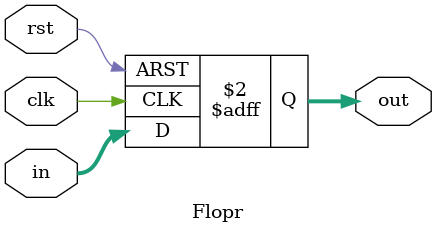
<source format=sv>
module Flopr #(parameter WIDTH = 32)(
    input logic clk, 
    input logic rst, 
    input logic [WIDTH - 1:0] in,
    output logic [WIDTH - 1:0] out
);
    always_ff @(posedge clk, posedge rst) begin
        if (rst) out <= 0;
        else out <= in;
    end
endmodule
</source>
